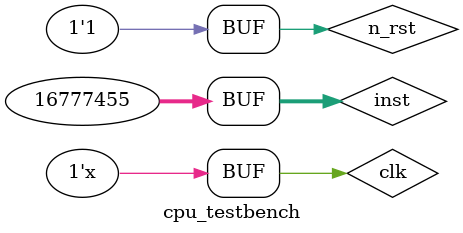
<source format=sv>
`timescale 1ns / 1ps

module cpu_testbench();

    reg[31:0] inst;
    reg clk;
    reg n_rst;
    
    wire [31:0] pc;
    wire [31:0] d;
    wire [31:0] address;
    wire read_n_write;
    
    
    cpu #(32, 5) cpu_tst(
        .clk(clk),
       .n_rst(n_rst),
       .inst(inst),
       .pc(pc),
       .d(d),
       .address(address),
       .read_n_write(read_n_write)
    );
    
    initial 
    begin
        clk = 1'b0;
        n_rst = 1'b1;
        
        inst = 32'b0;
        
         #2;
        n_rst = 1'b0;
        
         #2;
        n_rst = 1'b1;
        
        
         #2;
         inst = 32'b00000000000000001111111110110111;
        
         #2; 
         inst = 32'b11111111111111111000111110010011;
         
         #2;
         inst = 32'b10101011111111111010010100100011;
         
         #2;
         inst = 32'b00000001000000000000000011101111;
        
    end
    
    always #1 clk = ~ clk;
    
endmodule

</source>
